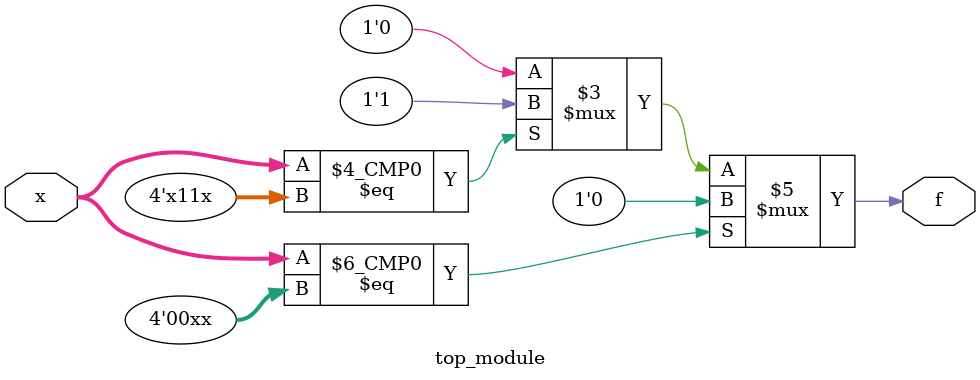
<source format=sv>
module top_module (
    input [4:1] x,
    output logic f
);

always_comb begin
    case (x)
        4'b00xx: f = 0;
        4'bx01x: f = 0;
        4'bx11x: f = 1;
        4'bxx10: f = 1;
        default: f = 0; // don't cares
    endcase
end

endmodule

</source>
